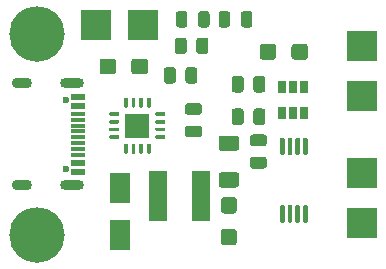
<source format=gbr>
%TF.GenerationSoftware,KiCad,Pcbnew,5.1.12-84ad8e8a86~92~ubuntu20.04.1*%
%TF.CreationDate,2023-07-09T19:05:36+02:00*%
%TF.ProjectId,tp5000_charger,74703530-3030-45f6-9368-61726765722e,rev?*%
%TF.SameCoordinates,Original*%
%TF.FileFunction,Soldermask,Top*%
%TF.FilePolarity,Negative*%
%FSLAX46Y46*%
G04 Gerber Fmt 4.6, Leading zero omitted, Abs format (unit mm)*
G04 Created by KiCad (PCBNEW 5.1.12-84ad8e8a86~92~ubuntu20.04.1) date 2023-07-09 19:05:36*
%MOMM*%
%LPD*%
G01*
G04 APERTURE LIST*
%ADD10R,2.500000X2.500000*%
%ADD11C,4.700000*%
%ADD12O,2.000000X0.900000*%
%ADD13O,1.700000X0.900000*%
%ADD14R,1.160000X0.300000*%
%ADD15C,0.600000*%
%ADD16R,1.160000X0.600000*%
%ADD17R,1.800000X2.500000*%
%ADD18R,2.100000X2.100000*%
%ADD19R,0.650000X1.060000*%
%ADD20R,1.500000X4.200000*%
G04 APERTURE END LIST*
D10*
%TO.C,J2*%
X113750000Y-128500000D03*
%TD*%
%TO.C,J6*%
X113750000Y-124250000D03*
%TD*%
D11*
%TO.C,H2*%
X86250000Y-129500000D03*
%TD*%
D12*
%TO.C,J7*%
X89180000Y-116680000D03*
X89180000Y-125320000D03*
D13*
X85010000Y-116680000D03*
X85010000Y-125320000D03*
D14*
X89760000Y-120250000D03*
X89760000Y-120750000D03*
X89760000Y-121250000D03*
X89760000Y-119250000D03*
X89760000Y-119750000D03*
X89760000Y-122250000D03*
X89760000Y-121750000D03*
X89760000Y-122750000D03*
D15*
X88700000Y-123890000D03*
X88700000Y-118110000D03*
D16*
X89760000Y-118600000D03*
X89760000Y-118600000D03*
X89760000Y-117800000D03*
X89760000Y-117800000D03*
X89760000Y-123400000D03*
X89760000Y-124200000D03*
X89760000Y-123400000D03*
X89760000Y-124200000D03*
%TD*%
%TO.C,R5*%
G36*
G01*
X98012500Y-115549999D02*
X98012500Y-116450001D01*
G75*
G02*
X97762501Y-116700000I-249999J0D01*
G01*
X97237499Y-116700000D01*
G75*
G02*
X96987500Y-116450001I0J249999D01*
G01*
X96987500Y-115549999D01*
G75*
G02*
X97237499Y-115300000I249999J0D01*
G01*
X97762501Y-115300000D01*
G75*
G02*
X98012500Y-115549999I0J-249999D01*
G01*
G37*
G36*
G01*
X99837500Y-115549999D02*
X99837500Y-116450001D01*
G75*
G02*
X99587501Y-116700000I-249999J0D01*
G01*
X99062499Y-116700000D01*
G75*
G02*
X98812500Y-116450001I0J249999D01*
G01*
X98812500Y-115549999D01*
G75*
G02*
X99062499Y-115300000I249999J0D01*
G01*
X99587501Y-115300000D01*
G75*
G02*
X99837500Y-115549999I0J-249999D01*
G01*
G37*
%TD*%
%TO.C,D2*%
G36*
G01*
X99887500Y-111706250D02*
X99887500Y-110793750D01*
G75*
G02*
X100131250Y-110550000I243750J0D01*
G01*
X100618750Y-110550000D01*
G75*
G02*
X100862500Y-110793750I0J-243750D01*
G01*
X100862500Y-111706250D01*
G75*
G02*
X100618750Y-111950000I-243750J0D01*
G01*
X100131250Y-111950000D01*
G75*
G02*
X99887500Y-111706250I0J243750D01*
G01*
G37*
G36*
G01*
X98012500Y-111706250D02*
X98012500Y-110793750D01*
G75*
G02*
X98256250Y-110550000I243750J0D01*
G01*
X98743750Y-110550000D01*
G75*
G02*
X98987500Y-110793750I0J-243750D01*
G01*
X98987500Y-111706250D01*
G75*
G02*
X98743750Y-111950000I-243750J0D01*
G01*
X98256250Y-111950000D01*
G75*
G02*
X98012500Y-111706250I0J243750D01*
G01*
G37*
%TD*%
%TO.C,D3*%
G36*
G01*
X104487500Y-110793750D02*
X104487500Y-111706250D01*
G75*
G02*
X104243750Y-111950000I-243750J0D01*
G01*
X103756250Y-111950000D01*
G75*
G02*
X103512500Y-111706250I0J243750D01*
G01*
X103512500Y-110793750D01*
G75*
G02*
X103756250Y-110550000I243750J0D01*
G01*
X104243750Y-110550000D01*
G75*
G02*
X104487500Y-110793750I0J-243750D01*
G01*
G37*
G36*
G01*
X102612500Y-110793750D02*
X102612500Y-111706250D01*
G75*
G02*
X102368750Y-111950000I-243750J0D01*
G01*
X101881250Y-111950000D01*
G75*
G02*
X101637500Y-111706250I0J243750D01*
G01*
X101637500Y-110793750D01*
G75*
G02*
X101881250Y-110550000I243750J0D01*
G01*
X102368750Y-110550000D01*
G75*
G02*
X102612500Y-110793750I0J-243750D01*
G01*
G37*
%TD*%
D17*
%TO.C,D1*%
X93250000Y-125500000D03*
X93250000Y-129500000D03*
%TD*%
%TO.C,R1*%
G36*
G01*
X103125001Y-125500000D02*
X101874999Y-125500000D01*
G75*
G02*
X101625000Y-125250001I0J249999D01*
G01*
X101625000Y-124449999D01*
G75*
G02*
X101874999Y-124200000I249999J0D01*
G01*
X103125001Y-124200000D01*
G75*
G02*
X103375000Y-124449999I0J-249999D01*
G01*
X103375000Y-125250001D01*
G75*
G02*
X103125001Y-125500000I-249999J0D01*
G01*
G37*
G36*
G01*
X103125001Y-122400000D02*
X101874999Y-122400000D01*
G75*
G02*
X101625000Y-122150001I0J249999D01*
G01*
X101625000Y-121349999D01*
G75*
G02*
X101874999Y-121100000I249999J0D01*
G01*
X103125001Y-121100000D01*
G75*
G02*
X103375000Y-121349999I0J-249999D01*
G01*
X103375000Y-122150001D01*
G75*
G02*
X103125001Y-122400000I-249999J0D01*
G01*
G37*
%TD*%
%TO.C,U1*%
G36*
G01*
X92375000Y-119350000D02*
X92375000Y-119200000D01*
G75*
G02*
X92450000Y-119125000I75000J0D01*
G01*
X93150000Y-119125000D01*
G75*
G02*
X93225000Y-119200000I0J-75000D01*
G01*
X93225000Y-119350000D01*
G75*
G02*
X93150000Y-119425000I-75000J0D01*
G01*
X92450000Y-119425000D01*
G75*
G02*
X92375000Y-119350000I0J75000D01*
G01*
G37*
G36*
G01*
X92375000Y-120000000D02*
X92375000Y-119850000D01*
G75*
G02*
X92450000Y-119775000I75000J0D01*
G01*
X93150000Y-119775000D01*
G75*
G02*
X93225000Y-119850000I0J-75000D01*
G01*
X93225000Y-120000000D01*
G75*
G02*
X93150000Y-120075000I-75000J0D01*
G01*
X92450000Y-120075000D01*
G75*
G02*
X92375000Y-120000000I0J75000D01*
G01*
G37*
G36*
G01*
X92375000Y-120650000D02*
X92375000Y-120500000D01*
G75*
G02*
X92450000Y-120425000I75000J0D01*
G01*
X93150000Y-120425000D01*
G75*
G02*
X93225000Y-120500000I0J-75000D01*
G01*
X93225000Y-120650000D01*
G75*
G02*
X93150000Y-120725000I-75000J0D01*
G01*
X92450000Y-120725000D01*
G75*
G02*
X92375000Y-120650000I0J75000D01*
G01*
G37*
G36*
G01*
X92375000Y-121300000D02*
X92375000Y-121150000D01*
G75*
G02*
X92450000Y-121075000I75000J0D01*
G01*
X93150000Y-121075000D01*
G75*
G02*
X93225000Y-121150000I0J-75000D01*
G01*
X93225000Y-121300000D01*
G75*
G02*
X93150000Y-121375000I-75000J0D01*
G01*
X92450000Y-121375000D01*
G75*
G02*
X92375000Y-121300000I0J75000D01*
G01*
G37*
G36*
G01*
X93625000Y-122550000D02*
X93625000Y-121850000D01*
G75*
G02*
X93700000Y-121775000I75000J0D01*
G01*
X93850000Y-121775000D01*
G75*
G02*
X93925000Y-121850000I0J-75000D01*
G01*
X93925000Y-122550000D01*
G75*
G02*
X93850000Y-122625000I-75000J0D01*
G01*
X93700000Y-122625000D01*
G75*
G02*
X93625000Y-122550000I0J75000D01*
G01*
G37*
G36*
G01*
X94275000Y-122550000D02*
X94275000Y-121850000D01*
G75*
G02*
X94350000Y-121775000I75000J0D01*
G01*
X94500000Y-121775000D01*
G75*
G02*
X94575000Y-121850000I0J-75000D01*
G01*
X94575000Y-122550000D01*
G75*
G02*
X94500000Y-122625000I-75000J0D01*
G01*
X94350000Y-122625000D01*
G75*
G02*
X94275000Y-122550000I0J75000D01*
G01*
G37*
G36*
G01*
X94925000Y-122550000D02*
X94925000Y-121850000D01*
G75*
G02*
X95000000Y-121775000I75000J0D01*
G01*
X95150000Y-121775000D01*
G75*
G02*
X95225000Y-121850000I0J-75000D01*
G01*
X95225000Y-122550000D01*
G75*
G02*
X95150000Y-122625000I-75000J0D01*
G01*
X95000000Y-122625000D01*
G75*
G02*
X94925000Y-122550000I0J75000D01*
G01*
G37*
G36*
G01*
X95575000Y-122550000D02*
X95575000Y-121850000D01*
G75*
G02*
X95650000Y-121775000I75000J0D01*
G01*
X95800000Y-121775000D01*
G75*
G02*
X95875000Y-121850000I0J-75000D01*
G01*
X95875000Y-122550000D01*
G75*
G02*
X95800000Y-122625000I-75000J0D01*
G01*
X95650000Y-122625000D01*
G75*
G02*
X95575000Y-122550000I0J75000D01*
G01*
G37*
G36*
G01*
X96275000Y-121300000D02*
X96275000Y-121150000D01*
G75*
G02*
X96350000Y-121075000I75000J0D01*
G01*
X97050000Y-121075000D01*
G75*
G02*
X97125000Y-121150000I0J-75000D01*
G01*
X97125000Y-121300000D01*
G75*
G02*
X97050000Y-121375000I-75000J0D01*
G01*
X96350000Y-121375000D01*
G75*
G02*
X96275000Y-121300000I0J75000D01*
G01*
G37*
G36*
G01*
X96275000Y-120650000D02*
X96275000Y-120500000D01*
G75*
G02*
X96350000Y-120425000I75000J0D01*
G01*
X97050000Y-120425000D01*
G75*
G02*
X97125000Y-120500000I0J-75000D01*
G01*
X97125000Y-120650000D01*
G75*
G02*
X97050000Y-120725000I-75000J0D01*
G01*
X96350000Y-120725000D01*
G75*
G02*
X96275000Y-120650000I0J75000D01*
G01*
G37*
G36*
G01*
X96275000Y-120000000D02*
X96275000Y-119850000D01*
G75*
G02*
X96350000Y-119775000I75000J0D01*
G01*
X97050000Y-119775000D01*
G75*
G02*
X97125000Y-119850000I0J-75000D01*
G01*
X97125000Y-120000000D01*
G75*
G02*
X97050000Y-120075000I-75000J0D01*
G01*
X96350000Y-120075000D01*
G75*
G02*
X96275000Y-120000000I0J75000D01*
G01*
G37*
G36*
G01*
X96275000Y-119350000D02*
X96275000Y-119200000D01*
G75*
G02*
X96350000Y-119125000I75000J0D01*
G01*
X97050000Y-119125000D01*
G75*
G02*
X97125000Y-119200000I0J-75000D01*
G01*
X97125000Y-119350000D01*
G75*
G02*
X97050000Y-119425000I-75000J0D01*
G01*
X96350000Y-119425000D01*
G75*
G02*
X96275000Y-119350000I0J75000D01*
G01*
G37*
G36*
G01*
X95575000Y-118650000D02*
X95575000Y-117950000D01*
G75*
G02*
X95650000Y-117875000I75000J0D01*
G01*
X95800000Y-117875000D01*
G75*
G02*
X95875000Y-117950000I0J-75000D01*
G01*
X95875000Y-118650000D01*
G75*
G02*
X95800000Y-118725000I-75000J0D01*
G01*
X95650000Y-118725000D01*
G75*
G02*
X95575000Y-118650000I0J75000D01*
G01*
G37*
G36*
G01*
X94925000Y-118650000D02*
X94925000Y-117950000D01*
G75*
G02*
X95000000Y-117875000I75000J0D01*
G01*
X95150000Y-117875000D01*
G75*
G02*
X95225000Y-117950000I0J-75000D01*
G01*
X95225000Y-118650000D01*
G75*
G02*
X95150000Y-118725000I-75000J0D01*
G01*
X95000000Y-118725000D01*
G75*
G02*
X94925000Y-118650000I0J75000D01*
G01*
G37*
G36*
G01*
X94275000Y-118650000D02*
X94275000Y-117950000D01*
G75*
G02*
X94350000Y-117875000I75000J0D01*
G01*
X94500000Y-117875000D01*
G75*
G02*
X94575000Y-117950000I0J-75000D01*
G01*
X94575000Y-118650000D01*
G75*
G02*
X94500000Y-118725000I-75000J0D01*
G01*
X94350000Y-118725000D01*
G75*
G02*
X94275000Y-118650000I0J75000D01*
G01*
G37*
G36*
G01*
X93625000Y-118650000D02*
X93625000Y-117950000D01*
G75*
G02*
X93700000Y-117875000I75000J0D01*
G01*
X93850000Y-117875000D01*
G75*
G02*
X93925000Y-117950000I0J-75000D01*
G01*
X93925000Y-118650000D01*
G75*
G02*
X93850000Y-118725000I-75000J0D01*
G01*
X93700000Y-118725000D01*
G75*
G02*
X93625000Y-118650000I0J75000D01*
G01*
G37*
D18*
X94750000Y-120250000D03*
%TD*%
D19*
%TO.C,U2*%
X107000000Y-119200000D03*
X107950000Y-119200000D03*
X108900000Y-119200000D03*
X108900000Y-117000000D03*
X107000000Y-117000000D03*
X107950000Y-117000000D03*
%TD*%
%TO.C,U3*%
G36*
G01*
X108875000Y-121262500D02*
X109075000Y-121262500D01*
G75*
G02*
X109175000Y-121362500I0J-100000D01*
G01*
X109175000Y-122637500D01*
G75*
G02*
X109075000Y-122737500I-100000J0D01*
G01*
X108875000Y-122737500D01*
G75*
G02*
X108775000Y-122637500I0J100000D01*
G01*
X108775000Y-121362500D01*
G75*
G02*
X108875000Y-121262500I100000J0D01*
G01*
G37*
G36*
G01*
X108225000Y-121262500D02*
X108425000Y-121262500D01*
G75*
G02*
X108525000Y-121362500I0J-100000D01*
G01*
X108525000Y-122637500D01*
G75*
G02*
X108425000Y-122737500I-100000J0D01*
G01*
X108225000Y-122737500D01*
G75*
G02*
X108125000Y-122637500I0J100000D01*
G01*
X108125000Y-121362500D01*
G75*
G02*
X108225000Y-121262500I100000J0D01*
G01*
G37*
G36*
G01*
X107575000Y-121262500D02*
X107775000Y-121262500D01*
G75*
G02*
X107875000Y-121362500I0J-100000D01*
G01*
X107875000Y-122637500D01*
G75*
G02*
X107775000Y-122737500I-100000J0D01*
G01*
X107575000Y-122737500D01*
G75*
G02*
X107475000Y-122637500I0J100000D01*
G01*
X107475000Y-121362500D01*
G75*
G02*
X107575000Y-121262500I100000J0D01*
G01*
G37*
G36*
G01*
X106925000Y-121262500D02*
X107125000Y-121262500D01*
G75*
G02*
X107225000Y-121362500I0J-100000D01*
G01*
X107225000Y-122637500D01*
G75*
G02*
X107125000Y-122737500I-100000J0D01*
G01*
X106925000Y-122737500D01*
G75*
G02*
X106825000Y-122637500I0J100000D01*
G01*
X106825000Y-121362500D01*
G75*
G02*
X106925000Y-121262500I100000J0D01*
G01*
G37*
G36*
G01*
X106925000Y-126987500D02*
X107125000Y-126987500D01*
G75*
G02*
X107225000Y-127087500I0J-100000D01*
G01*
X107225000Y-128362500D01*
G75*
G02*
X107125000Y-128462500I-100000J0D01*
G01*
X106925000Y-128462500D01*
G75*
G02*
X106825000Y-128362500I0J100000D01*
G01*
X106825000Y-127087500D01*
G75*
G02*
X106925000Y-126987500I100000J0D01*
G01*
G37*
G36*
G01*
X107575000Y-126987500D02*
X107775000Y-126987500D01*
G75*
G02*
X107875000Y-127087500I0J-100000D01*
G01*
X107875000Y-128362500D01*
G75*
G02*
X107775000Y-128462500I-100000J0D01*
G01*
X107575000Y-128462500D01*
G75*
G02*
X107475000Y-128362500I0J100000D01*
G01*
X107475000Y-127087500D01*
G75*
G02*
X107575000Y-126987500I100000J0D01*
G01*
G37*
G36*
G01*
X108225000Y-126987500D02*
X108425000Y-126987500D01*
G75*
G02*
X108525000Y-127087500I0J-100000D01*
G01*
X108525000Y-128362500D01*
G75*
G02*
X108425000Y-128462500I-100000J0D01*
G01*
X108225000Y-128462500D01*
G75*
G02*
X108125000Y-128362500I0J100000D01*
G01*
X108125000Y-127087500D01*
G75*
G02*
X108225000Y-126987500I100000J0D01*
G01*
G37*
G36*
G01*
X108875000Y-126987500D02*
X109075000Y-126987500D01*
G75*
G02*
X109175000Y-127087500I0J-100000D01*
G01*
X109175000Y-128362500D01*
G75*
G02*
X109075000Y-128462500I-100000J0D01*
G01*
X108875000Y-128462500D01*
G75*
G02*
X108775000Y-128362500I0J100000D01*
G01*
X108775000Y-127087500D01*
G75*
G02*
X108875000Y-126987500I100000J0D01*
G01*
G37*
%TD*%
%TO.C,C1*%
G36*
G01*
X91550000Y-115675001D02*
X91550000Y-114824999D01*
G75*
G02*
X91799999Y-114575000I249999J0D01*
G01*
X92700001Y-114575000D01*
G75*
G02*
X92950000Y-114824999I0J-249999D01*
G01*
X92950000Y-115675001D01*
G75*
G02*
X92700001Y-115925000I-249999J0D01*
G01*
X91799999Y-115925000D01*
G75*
G02*
X91550000Y-115675001I0J249999D01*
G01*
G37*
G36*
G01*
X94250000Y-115675001D02*
X94250000Y-114824999D01*
G75*
G02*
X94499999Y-114575000I249999J0D01*
G01*
X95400001Y-114575000D01*
G75*
G02*
X95650000Y-114824999I0J-249999D01*
G01*
X95650000Y-115675001D01*
G75*
G02*
X95400001Y-115925000I-249999J0D01*
G01*
X94499999Y-115925000D01*
G75*
G02*
X94250000Y-115675001I0J249999D01*
G01*
G37*
%TD*%
%TO.C,C2*%
G36*
G01*
X99975000Y-121250000D02*
X99025000Y-121250000D01*
G75*
G02*
X98775000Y-121000000I0J250000D01*
G01*
X98775000Y-120500000D01*
G75*
G02*
X99025000Y-120250000I250000J0D01*
G01*
X99975000Y-120250000D01*
G75*
G02*
X100225000Y-120500000I0J-250000D01*
G01*
X100225000Y-121000000D01*
G75*
G02*
X99975000Y-121250000I-250000J0D01*
G01*
G37*
G36*
G01*
X99975000Y-119350000D02*
X99025000Y-119350000D01*
G75*
G02*
X98775000Y-119100000I0J250000D01*
G01*
X98775000Y-118600000D01*
G75*
G02*
X99025000Y-118350000I250000J0D01*
G01*
X99975000Y-118350000D01*
G75*
G02*
X100225000Y-118600000I0J-250000D01*
G01*
X100225000Y-119100000D01*
G75*
G02*
X99975000Y-119350000I-250000J0D01*
G01*
G37*
%TD*%
%TO.C,C3*%
G36*
G01*
X102074999Y-129000000D02*
X102925001Y-129000000D01*
G75*
G02*
X103175000Y-129249999I0J-249999D01*
G01*
X103175000Y-130150001D01*
G75*
G02*
X102925001Y-130400000I-249999J0D01*
G01*
X102074999Y-130400000D01*
G75*
G02*
X101825000Y-130150001I0J249999D01*
G01*
X101825000Y-129249999D01*
G75*
G02*
X102074999Y-129000000I249999J0D01*
G01*
G37*
G36*
G01*
X102074999Y-126300000D02*
X102925001Y-126300000D01*
G75*
G02*
X103175000Y-126549999I0J-249999D01*
G01*
X103175000Y-127450001D01*
G75*
G02*
X102925001Y-127700000I-249999J0D01*
G01*
X102074999Y-127700000D01*
G75*
G02*
X101825000Y-127450001I0J249999D01*
G01*
X101825000Y-126549999D01*
G75*
G02*
X102074999Y-126300000I249999J0D01*
G01*
G37*
%TD*%
%TO.C,C4*%
G36*
G01*
X104525000Y-122900000D02*
X105475000Y-122900000D01*
G75*
G02*
X105725000Y-123150000I0J-250000D01*
G01*
X105725000Y-123650000D01*
G75*
G02*
X105475000Y-123900000I-250000J0D01*
G01*
X104525000Y-123900000D01*
G75*
G02*
X104275000Y-123650000I0J250000D01*
G01*
X104275000Y-123150000D01*
G75*
G02*
X104525000Y-122900000I250000J0D01*
G01*
G37*
G36*
G01*
X104525000Y-121000000D02*
X105475000Y-121000000D01*
G75*
G02*
X105725000Y-121250000I0J-250000D01*
G01*
X105725000Y-121750000D01*
G75*
G02*
X105475000Y-122000000I-250000J0D01*
G01*
X104525000Y-122000000D01*
G75*
G02*
X104275000Y-121750000I0J250000D01*
G01*
X104275000Y-121250000D01*
G75*
G02*
X104525000Y-121000000I250000J0D01*
G01*
G37*
%TD*%
%TO.C,C5*%
G36*
G01*
X109200000Y-113574999D02*
X109200000Y-114425001D01*
G75*
G02*
X108950001Y-114675000I-249999J0D01*
G01*
X108049999Y-114675000D01*
G75*
G02*
X107800000Y-114425001I0J249999D01*
G01*
X107800000Y-113574999D01*
G75*
G02*
X108049999Y-113325000I249999J0D01*
G01*
X108950001Y-113325000D01*
G75*
G02*
X109200000Y-113574999I0J-249999D01*
G01*
G37*
G36*
G01*
X106500000Y-113574999D02*
X106500000Y-114425001D01*
G75*
G02*
X106250001Y-114675000I-249999J0D01*
G01*
X105349999Y-114675000D01*
G75*
G02*
X105100000Y-114425001I0J249999D01*
G01*
X105100000Y-113574999D01*
G75*
G02*
X105349999Y-113325000I249999J0D01*
G01*
X106250001Y-113325000D01*
G75*
G02*
X106500000Y-113574999I0J-249999D01*
G01*
G37*
%TD*%
D11*
%TO.C,H1*%
X86250000Y-112500000D03*
%TD*%
D10*
%TO.C,J1*%
X91250000Y-111750000D03*
%TD*%
%TO.C,J3*%
X113750000Y-113500000D03*
%TD*%
%TO.C,J4*%
X95250000Y-111750000D03*
%TD*%
%TO.C,J5*%
X113750000Y-117750000D03*
%TD*%
D20*
%TO.C,L1*%
X96500000Y-126250000D03*
X100100000Y-126250000D03*
%TD*%
%TO.C,R2*%
G36*
G01*
X100762500Y-113049999D02*
X100762500Y-113950001D01*
G75*
G02*
X100512501Y-114200000I-249999J0D01*
G01*
X99987499Y-114200000D01*
G75*
G02*
X99737500Y-113950001I0J249999D01*
G01*
X99737500Y-113049999D01*
G75*
G02*
X99987499Y-112800000I249999J0D01*
G01*
X100512501Y-112800000D01*
G75*
G02*
X100762500Y-113049999I0J-249999D01*
G01*
G37*
G36*
G01*
X98937500Y-113049999D02*
X98937500Y-113950001D01*
G75*
G02*
X98687501Y-114200000I-249999J0D01*
G01*
X98162499Y-114200000D01*
G75*
G02*
X97912500Y-113950001I0J249999D01*
G01*
X97912500Y-113049999D01*
G75*
G02*
X98162499Y-112800000I249999J0D01*
G01*
X98687501Y-112800000D01*
G75*
G02*
X98937500Y-113049999I0J-249999D01*
G01*
G37*
%TD*%
%TO.C,R3*%
G36*
G01*
X103762500Y-116299999D02*
X103762500Y-117200001D01*
G75*
G02*
X103512501Y-117450000I-249999J0D01*
G01*
X102987499Y-117450000D01*
G75*
G02*
X102737500Y-117200001I0J249999D01*
G01*
X102737500Y-116299999D01*
G75*
G02*
X102987499Y-116050000I249999J0D01*
G01*
X103512501Y-116050000D01*
G75*
G02*
X103762500Y-116299999I0J-249999D01*
G01*
G37*
G36*
G01*
X105587500Y-116299999D02*
X105587500Y-117200001D01*
G75*
G02*
X105337501Y-117450000I-249999J0D01*
G01*
X104812499Y-117450000D01*
G75*
G02*
X104562500Y-117200001I0J249999D01*
G01*
X104562500Y-116299999D01*
G75*
G02*
X104812499Y-116050000I249999J0D01*
G01*
X105337501Y-116050000D01*
G75*
G02*
X105587500Y-116299999I0J-249999D01*
G01*
G37*
%TD*%
%TO.C,R4*%
G36*
G01*
X102737500Y-119950001D02*
X102737500Y-119049999D01*
G75*
G02*
X102987499Y-118800000I249999J0D01*
G01*
X103512501Y-118800000D01*
G75*
G02*
X103762500Y-119049999I0J-249999D01*
G01*
X103762500Y-119950001D01*
G75*
G02*
X103512501Y-120200000I-249999J0D01*
G01*
X102987499Y-120200000D01*
G75*
G02*
X102737500Y-119950001I0J249999D01*
G01*
G37*
G36*
G01*
X104562500Y-119950001D02*
X104562500Y-119049999D01*
G75*
G02*
X104812499Y-118800000I249999J0D01*
G01*
X105337501Y-118800000D01*
G75*
G02*
X105587500Y-119049999I0J-249999D01*
G01*
X105587500Y-119950001D01*
G75*
G02*
X105337501Y-120200000I-249999J0D01*
G01*
X104812499Y-120200000D01*
G75*
G02*
X104562500Y-119950001I0J249999D01*
G01*
G37*
%TD*%
M02*

</source>
